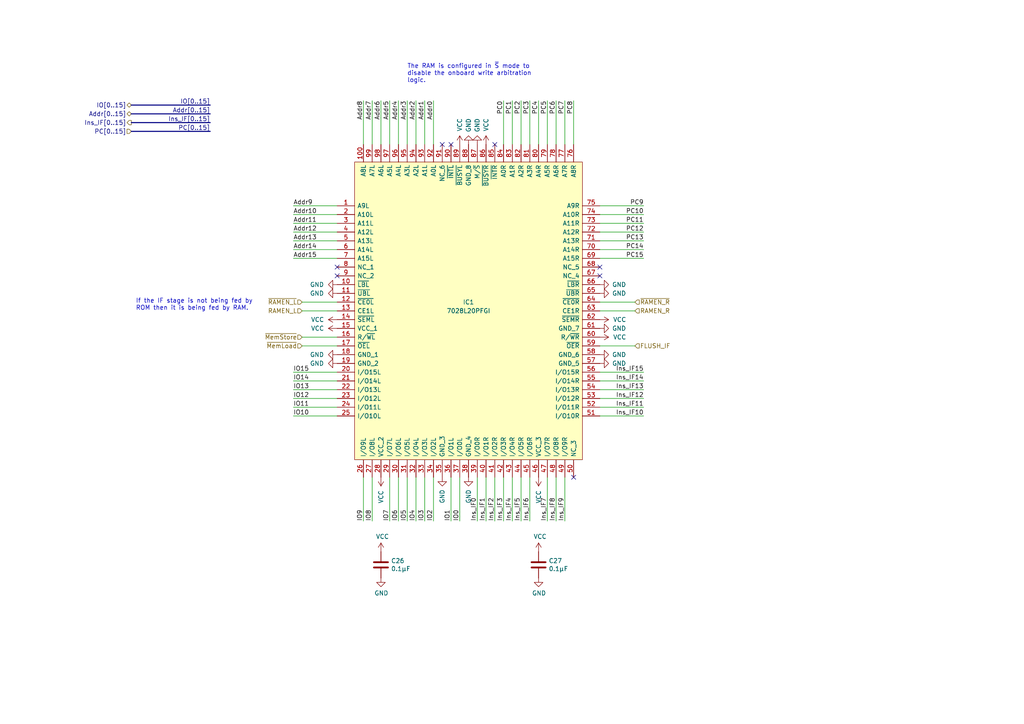
<source format=kicad_sch>
(kicad_sch (version 20230121) (generator eeschema)
  (paper "A4")
  (title_block (title "Turtle16: RAM") (date "2023-11-20") (rev "A") (comment 3 "instruction on the second read port.") (comment 4 "RAM is implemented with a 64K x 16 dual port SRAM so that the IF stage can fetch an"))
  (lib_symbols
    (symbol "Device:C" (pin_numbers hide) (pin_names (offset 0.254))
      (property "Reference" "C" (at 0.635 2.54 0))
      (property "Value" "C" (at 0.635 -2.54 0))
      (symbol "C_0_1"
        (polyline (pts (xy -2.032 -0.762) (xy 2.032 -0.762)) (stroke (width 0.508)))
        (polyline (pts (xy -2.032 0.762) (xy 2.032 0.762)) (stroke (width 0.508)))
      )
      (symbol "C_1_1"
        (pin passive line (at 0 3.81 270) (length 2.794) (name "~") (number "1"))
        (pin passive line (at 0 -3.81 90) (length 2.794) (name "~") (number "2"))
      )
    )
    (symbol "Memory_RAM:7028L20PFGI" (pin_names (offset 0.762))
      (property "Reference" "U" (at 38.1 -27.94 0))
      (property "Value" "7028L20PFGI" (at 38.1 -30.48 0))
      (symbol "7028L20PFGI_0_0"
        (pin passive line (at 0 0 0) (length 5.08) (name "A9L") (number "1"))
        (pin passive line (at 0 -22.86 0) (length 5.08) (name "~{LBL}") (number "10"))
        (pin passive line (at 7.62 17.78 270) (length 5.08) (name "A8L") (number "100"))
        (pin passive line (at 0 -25.4 0) (length 5.08) (name "~{UBL}") (number "11"))
        (pin passive line (at 0 -27.94 0) (length 5.08) (name "~{CE0L}") (number "12"))
        (pin passive line (at 0 -30.48 0) (length 5.08) (name "CE1L") (number "13"))
        (pin passive line (at 0 -33.02 0) (length 5.08) (name "~{SEML}") (number "14"))
        (pin passive line (at 0 -35.56 0) (length 5.08) (name "VCC_1") (number "15"))
        (pin passive line (at 0 -38.1 0) (length 5.08) (name "R/~{WL}") (number "16"))
        (pin passive line (at 0 -40.64 0) (length 5.08) (name "~{OEL}") (number "17"))
        (pin passive line (at 0 -43.18 0) (length 5.08) (name "GND_1") (number "18"))
        (pin passive line (at 0 -45.72 0) (length 5.08) (name "GND_2") (number "19"))
        (pin passive line (at 0 -2.54 0) (length 5.08) (name "A10L") (number "2"))
        (pin passive line (at 0 -48.26 0) (length 5.08) (name "I/O15L") (number "20"))
        (pin passive line (at 0 -50.8 0) (length 5.08) (name "I/O14L") (number "21"))
        (pin passive line (at 0 -53.34 0) (length 5.08) (name "I/O13L") (number "22"))
        (pin passive line (at 0 -55.88 0) (length 5.08) (name "I/O12L") (number "23"))
        (pin passive line (at 0 -58.42 0) (length 5.08) (name "I/O11L") (number "24"))
        (pin passive line (at 0 -60.96 0) (length 5.08) (name "I/O10L") (number "25"))
        (pin passive line (at 7.62 -78.74 90) (length 5.08) (name "I/O9L") (number "26"))
        (pin passive line (at 10.16 -78.74 90) (length 5.08) (name "I/O8L") (number "27"))
        (pin passive line (at 12.7 -78.74 90) (length 5.08) (name "VCC_2") (number "28"))
        (pin passive line (at 15.24 -78.74 90) (length 5.08) (name "I/O7L") (number "29"))
        (pin passive line (at 0 -5.08 0) (length 5.08) (name "A11L") (number "3"))
        (pin passive line (at 17.78 -78.74 90) (length 5.08) (name "I/O6L") (number "30"))
        (pin passive line (at 20.32 -78.74 90) (length 5.08) (name "I/O5L") (number "31"))
        (pin passive line (at 22.86 -78.74 90) (length 5.08) (name "I/O4L") (number "32"))
        (pin passive line (at 25.4 -78.74 90) (length 5.08) (name "I/O3L") (number "33"))
        (pin passive line (at 27.94 -78.74 90) (length 5.08) (name "I/O2L") (number "34"))
        (pin passive line (at 30.48 -78.74 90) (length 5.08) (name "GND_3") (number "35"))
        (pin passive line (at 33.02 -78.74 90) (length 5.08) (name "I/O1L") (number "36"))
        (pin passive line (at 35.56 -78.74 90) (length 5.08) (name "I/O0L") (number "37"))
        (pin passive line (at 38.1 -78.74 90) (length 5.08) (name "GND_4") (number "38"))
        (pin passive line (at 40.64 -78.74 90) (length 5.08) (name "I/O0R") (number "39"))
        (pin passive line (at 0 -7.62 0) (length 5.08) (name "A12L") (number "4"))
        (pin passive line (at 43.18 -78.74 90) (length 5.08) (name "I/O1R") (number "40"))
        (pin passive line (at 45.72 -78.74 90) (length 5.08) (name "I/O2R") (number "41"))
        (pin passive line (at 48.26 -78.74 90) (length 5.08) (name "I/O3R") (number "42"))
        (pin passive line (at 50.8 -78.74 90) (length 5.08) (name "I/O4R") (number "43"))
        (pin passive line (at 53.34 -78.74 90) (length 5.08) (name "I/O5R") (number "44"))
        (pin passive line (at 55.88 -78.74 90) (length 5.08) (name "I/O6R") (number "45"))
        (pin passive line (at 58.42 -78.74 90) (length 5.08) (name "VCC_3") (number "46"))
        (pin passive line (at 60.96 -78.74 90) (length 5.08) (name "I/O7R") (number "47"))
        (pin passive line (at 63.5 -78.74 90) (length 5.08) (name "I/O8R") (number "48"))
        (pin passive line (at 66.04 -78.74 90) (length 5.08) (name "I/O9R") (number "49"))
        (pin passive line (at 0 -10.16 0) (length 5.08) (name "A13L") (number "5"))
        (pin passive line (at 68.58 -78.74 90) (length 5.08) (name "NC_3") (number "50"))
        (pin passive line (at 76.2 -60.96 180) (length 5.08) (name "I/O10R") (number "51"))
        (pin passive line (at 76.2 -58.42 180) (length 5.08) (name "I/O11R") (number "52"))
        (pin passive line (at 76.2 -55.88 180) (length 5.08) (name "I/O12R") (number "53"))
        (pin passive line (at 76.2 -53.34 180) (length 5.08) (name "I/O13R") (number "54"))
        (pin passive line (at 76.2 -50.8 180) (length 5.08) (name "I/O14R") (number "55"))
        (pin passive line (at 76.2 -48.26 180) (length 5.08) (name "I/O15R") (number "56"))
        (pin passive line (at 76.2 -45.72 180) (length 5.08) (name "GND_5") (number "57"))
        (pin passive line (at 76.2 -43.18 180) (length 5.08) (name "GND_6") (number "58"))
        (pin passive line (at 76.2 -40.64 180) (length 5.08) (name "~{OER}") (number "59"))
        (pin passive line (at 0 -12.7 0) (length 5.08) (name "A14L") (number "6"))
        (pin passive line (at 76.2 -38.1 180) (length 5.08) (name "R/~{WR}") (number "60"))
        (pin passive line (at 76.2 -35.56 180) (length 5.08) (name "GND_7") (number "61"))
        (pin passive line (at 76.2 -33.02 180) (length 5.08) (name "~{SEMR}") (number "62"))
        (pin passive line (at 76.2 -30.48 180) (length 5.08) (name "CE1R") (number "63"))
        (pin passive line (at 76.2 -27.94 180) (length 5.08) (name "~{CE0R}") (number "64"))
        (pin passive line (at 76.2 -25.4 180) (length 5.08) (name "~{UBR}") (number "65"))
        (pin passive line (at 76.2 -22.86 180) (length 5.08) (name "~{LBR}") (number "66"))
        (pin passive line (at 76.2 -20.32 180) (length 5.08) (name "NC_4") (number "67"))
        (pin passive line (at 76.2 -17.78 180) (length 5.08) (name "NC_5") (number "68"))
        (pin passive line (at 76.2 -15.24 180) (length 5.08) (name "A15R") (number "69"))
        (pin passive line (at 0 -15.24 0) (length 5.08) (name "A15L") (number "7"))
        (pin passive line (at 76.2 -12.7 180) (length 5.08) (name "A14R") (number "70"))
        (pin passive line (at 76.2 -10.16 180) (length 5.08) (name "A13R") (number "71"))
        (pin passive line (at 76.2 -7.62 180) (length 5.08) (name "A12R") (number "72"))
        (pin passive line (at 76.2 -5.08 180) (length 5.08) (name "A11R") (number "73"))
        (pin passive line (at 76.2 -2.54 180) (length 5.08) (name "A10R") (number "74"))
        (pin passive line (at 76.2 0 180) (length 5.08) (name "A9R") (number "75"))
        (pin passive line (at 68.58 17.78 270) (length 5.08) (name "A8R") (number "76"))
        (pin passive line (at 66.04 17.78 270) (length 5.08) (name "A7R") (number "77"))
        (pin passive line (at 63.5 17.78 270) (length 5.08) (name "A6R") (number "78"))
        (pin passive line (at 60.96 17.78 270) (length 5.08) (name "A5R") (number "79"))
        (pin passive line (at 0 -17.78 0) (length 5.08) (name "NC_1") (number "8"))
        (pin passive line (at 58.42 17.78 270) (length 5.08) (name "A4R") (number "80"))
        (pin passive line (at 55.88 17.78 270) (length 5.08) (name "A3R") (number "81"))
        (pin passive line (at 53.34 17.78 270) (length 5.08) (name "A2R") (number "82"))
        (pin passive line (at 50.8 17.78 270) (length 5.08) (name "A1R") (number "83"))
        (pin passive line (at 48.26 17.78 270) (length 5.08) (name "A0R") (number "84"))
        (pin passive line (at 45.72 17.78 270) (length 5.08) (name "~{INTR}") (number "85"))
        (pin passive line (at 43.18 17.78 270) (length 5.08) (name "~{BUSYR}") (number "86"))
        (pin passive line (at 40.64 17.78 270) (length 5.08) (name "M/~{S}") (number "87"))
        (pin passive line (at 38.1 17.78 270) (length 5.08) (name "GND_8") (number "88"))
        (pin passive line (at 35.56 17.78 270) (length 5.08) (name "~{BUSYL}") (number "89"))
        (pin passive line (at 0 -20.32 0) (length 5.08) (name "NC_2") (number "9"))
        (pin passive line (at 33.02 17.78 270) (length 5.08) (name "~{INTL}") (number "90"))
        (pin passive line (at 30.48 17.78 270) (length 5.08) (name "NC_6") (number "91"))
        (pin passive line (at 27.94 17.78 270) (length 5.08) (name "A0L") (number "92"))
        (pin passive line (at 25.4 17.78 270) (length 5.08) (name "A1L") (number "93"))
        (pin passive line (at 22.86 17.78 270) (length 5.08) (name "A2L") (number "94"))
        (pin passive line (at 20.32 17.78 270) (length 5.08) (name "A3L") (number "95"))
        (pin passive line (at 17.78 17.78 270) (length 5.08) (name "A4L") (number "96"))
        (pin passive line (at 15.24 17.78 270) (length 5.08) (name "A5L") (number "97"))
        (pin passive line (at 12.7 17.78 270) (length 5.08) (name "A6L") (number "98"))
        (pin passive line (at 10.16 17.78 270) (length 5.08) (name "A7L") (number "99"))
      )
      (symbol "7028L20PFGI_0_1"
        (polyline (pts (xy 5.08 12.7) (xy 71.12 12.7) (xy 71.12 -73.66) (xy 5.08 -73.66) (xy 5.08 12.7)) (stroke (width 0.1524)) (fill (type background)))
      )
    )
    (symbol "power:GND" (power) (pin_names (offset 0))
      (property "Value" "GND" (at 0 -3.81 0))
      (symbol "GND_0_1"
        (polyline (pts (xy 0 0) (xy 0 -1.27) (xy 1.27 -1.27) (xy 0 -2.54) (xy -1.27 -1.27) (xy 0 -1.27)))
      )
      (symbol "GND_1_1"
        (pin power_in line (at 0 0 270) (length 0) hide (name "GND") (number "1"))
      )
    )
    (symbol "power:VCC" (power) (pin_names (offset 0))
      (property "Value" "VCC" (at 0 3.81 0))
      (symbol "VCC_0_1"
        (polyline (pts (xy -0.762 1.27) (xy 0 2.54)))
        (polyline (pts (xy 0 0) (xy 0 2.54)))
        (polyline (pts (xy 0 2.54) (xy 0.762 1.27)))
      )
      (symbol "VCC_1_1"
        (pin power_in line (at 0 0 90) (length 0) hide (name "VCC") (number "1"))
      )
    )
  )
  (no_connect (at 143.51 41.91))
  (no_connect (at 130.81 41.91))
  (no_connect (at 97.79 77.47))
  (no_connect (at 97.79 80.01))
  (no_connect (at 166.37 138.43))
  (no_connect (at 128.27 41.91))
  (no_connect (at 173.99 77.47))
  (no_connect (at 173.99 80.01))
  (wire (pts (xy 166.37 29.21) (xy 166.37 41.91)))
  (wire (pts (xy 186.69 120.65) (xy 173.99 120.65)))
  (wire (pts (xy 85.09 107.95) (xy 97.79 107.95)))
  (wire (pts (xy 184.15 87.63) (xy 173.99 87.63)))
  (wire (pts (xy 120.65 151.13) (xy 120.65 138.43)))
  (wire (pts (xy 130.81 151.13) (xy 130.81 138.43)))
  (wire (pts (xy 153.67 151.13) (xy 153.67 138.43)))
  (wire (pts (xy 110.49 29.21) (xy 110.49 41.91)))
  (wire (pts (xy 118.11 151.13) (xy 118.11 138.43)))
  (bus (pts (xy 38.1 35.56) (xy 60.96 35.56)))
  (wire (pts (xy 105.41 29.21) (xy 105.41 41.91)))
  (wire (pts (xy 153.67 29.21) (xy 153.67 41.91)))
  (wire (pts (xy 148.59 29.21) (xy 148.59 41.91)))
  (wire (pts (xy 186.69 118.11) (xy 173.99 118.11)))
  (wire (pts (xy 85.09 62.23) (xy 97.79 62.23)))
  (wire (pts (xy 85.09 72.39) (xy 97.79 72.39)))
  (wire (pts (xy 85.09 113.03) (xy 97.79 113.03)))
  (wire (pts (xy 115.57 151.13) (xy 115.57 138.43)))
  (wire (pts (xy 186.69 72.39) (xy 173.99 72.39)))
  (wire (pts (xy 161.29 151.13) (xy 161.29 138.43)))
  (wire (pts (xy 158.75 29.21) (xy 158.75 41.91)))
  (wire (pts (xy 85.09 67.31) (xy 97.79 67.31)))
  (wire (pts (xy 186.69 69.85) (xy 173.99 69.85)))
  (wire (pts (xy 186.69 64.77) (xy 173.99 64.77)))
  (wire (pts (xy 186.69 74.93) (xy 173.99 74.93)))
  (wire (pts (xy 133.35 151.13) (xy 133.35 138.43)))
  (wire (pts (xy 107.95 151.13) (xy 107.95 138.43)))
  (wire (pts (xy 115.57 29.21) (xy 115.57 41.91)))
  (wire (pts (xy 87.63 90.17) (xy 97.79 90.17)))
  (wire (pts (xy 163.83 151.13) (xy 163.83 138.43)))
  (wire (pts (xy 85.09 115.57) (xy 97.79 115.57)))
  (wire (pts (xy 156.21 29.21) (xy 156.21 41.91)))
  (wire (pts (xy 85.09 64.77) (xy 97.79 64.77)))
  (wire (pts (xy 123.19 29.21) (xy 123.19 41.91)))
  (wire (pts (xy 118.11 29.21) (xy 118.11 41.91)))
  (wire (pts (xy 184.15 90.17) (xy 173.99 90.17)))
  (wire (pts (xy 186.69 62.23) (xy 173.99 62.23)))
  (wire (pts (xy 186.69 115.57) (xy 173.99 115.57)))
  (wire (pts (xy 107.95 29.21) (xy 107.95 41.91)))
  (wire (pts (xy 186.69 67.31) (xy 173.99 67.31)))
  (wire (pts (xy 158.75 151.13) (xy 158.75 138.43)))
  (wire (pts (xy 113.03 151.13) (xy 113.03 138.43)))
  (bus (pts (xy 38.1 38.1) (xy 60.96 38.1)))
  (wire (pts (xy 186.69 107.95) (xy 173.99 107.95)))
  (wire (pts (xy 85.09 120.65) (xy 97.79 120.65)))
  (wire (pts (xy 123.19 151.13) (xy 123.19 138.43)))
  (wire (pts (xy 161.29 29.21) (xy 161.29 41.91)))
  (wire (pts (xy 151.13 29.21) (xy 151.13 41.91)))
  (wire (pts (xy 85.09 74.93) (xy 97.79 74.93)))
  (wire (pts (xy 105.41 151.13) (xy 105.41 138.43)))
  (wire (pts (xy 87.63 97.79) (xy 97.79 97.79)))
  (wire (pts (xy 163.83 29.21) (xy 163.83 41.91)))
  (wire (pts (xy 148.59 151.13) (xy 148.59 138.43)))
  (wire (pts (xy 140.97 151.13) (xy 140.97 138.43)))
  (wire (pts (xy 113.03 29.21) (xy 113.03 41.91)))
  (wire (pts (xy 186.69 110.49) (xy 173.99 110.49)))
  (wire (pts (xy 125.73 29.21) (xy 125.73 41.91)))
  (wire (pts (xy 85.09 118.11) (xy 97.79 118.11)))
  (wire (pts (xy 146.05 29.21) (xy 146.05 41.91)))
  (wire (pts (xy 120.65 29.21) (xy 120.65 41.91)))
  (wire (pts (xy 85.09 69.85) (xy 97.79 69.85)))
  (wire (pts (xy 143.51 151.13) (xy 143.51 138.43)))
  (wire (pts (xy 85.09 110.49) (xy 97.79 110.49)))
  (wire (pts (xy 151.13 151.13) (xy 151.13 138.43)))
  (wire (pts (xy 146.05 151.13) (xy 146.05 138.43)))
  (wire (pts (xy 184.15 100.33) (xy 173.99 100.33)))
  (bus (pts (xy 38.1 30.48) (xy 60.96 30.48)))
  (wire (pts (xy 125.73 151.13) (xy 125.73 138.43)))
  (wire (pts (xy 87.63 100.33) (xy 97.79 100.33)))
  (bus (pts (xy 38.1 33.02) (xy 60.96 33.02)))
  (wire (pts (xy 87.63 87.63) (xy 97.79 87.63)))
  (wire (pts (xy 186.69 113.03) (xy 173.99 113.03)))
  (wire (pts (xy 85.09 59.69) (xy 97.79 59.69)))
  (wire (pts (xy 186.69 59.69) (xy 173.99 59.69)))
  (wire (pts (xy 138.43 151.13) (xy 138.43 138.43)))
  (text "The RAM is configured in ~{S} mode to\ndisable the onboard write arbitration\nlogic." (at 118.11 24.13 0) (effects (font (size 1.27 1.27)) (justify left bottom)))
  (text "If the IF stage is not being fed by\nROM then it is being fed by RAM." (at 39.37 90.17 0) (effects (font (size 1.27 1.27)) (justify left bottom)))
  (label "Ins_IF8" (at 161.29 151.13 90))
  (label "Ins_IF1" (at 140.97 151.13 90))
  (label "Addr0" (at 125.73 29.21 270))
  (label "IO0" (at 133.35 151.13 90))
  (label "Ins_IF4" (at 148.59 151.13 90))
  (label "PC1" (at 148.59 29.21 270))
  (label "IO5" (at 118.11 151.13 90))
  (label "Ins_IF7" (at 158.75 151.13 90))
  (label "IO2" (at 125.73 151.13 90))
  (label "Addr2" (at 120.65 29.21 270))
  (label "IO[0..15]" (at 60.96 30.48 180))
  (label "Ins_IF3" (at 146.05 151.13 90))
  (label "Ins_IF14" (at 186.69 110.49 180))
  (label "Ins_IF6" (at 153.67 151.13 90))
  (label "Ins_IF11" (at 186.69 118.11 180))
  (label "IO14" (at 85.09 110.49 0))
  (label "PC7" (at 163.83 29.21 270))
  (label "PC13" (at 186.69 69.85 180))
  (label "PC15" (at 186.69 74.93 180))
  (label "Ins_IF12" (at 186.69 115.57 180))
  (label "Addr9" (at 85.09 59.69 0))
  (label "Addr6" (at 110.49 29.21 270))
  (label "Addr13" (at 85.09 69.85 0))
  (label "PC[0..15]" (at 60.96 38.1 180))
  (label "Addr7" (at 107.95 29.21 270))
  (label "IO13" (at 85.09 113.03 0))
  (label "PC4" (at 156.21 29.21 270))
  (label "Ins_IF15" (at 186.69 107.95 180))
  (label "Addr14" (at 85.09 72.39 0))
  (label "Addr11" (at 85.09 64.77 0))
  (label "Ins_IF0" (at 138.43 151.13 90))
  (label "IO1" (at 130.81 151.13 90))
  (label "IO15" (at 85.09 107.95 0))
  (label "Ins_IF[0..15]" (at 60.96 35.56 180))
  (label "Addr15" (at 85.09 74.93 0))
  (label "PC9" (at 186.69 59.69 180))
  (label "Ins_IF2" (at 143.51 151.13 90))
  (label "Ins_IF10" (at 186.69 120.65 180))
  (label "IO8" (at 107.95 151.13 90))
  (label "IO6" (at 115.57 151.13 90))
  (label "Ins_IF5" (at 151.13 151.13 90))
  (label "Ins_IF9" (at 163.83 151.13 90))
  (label "PC5" (at 158.75 29.21 270))
  (label "IO7" (at 113.03 151.13 90))
  (label "Addr12" (at 85.09 67.31 0))
  (label "Addr1" (at 123.19 29.21 270))
  (label "Addr10" (at 85.09 62.23 0))
  (label "IO11" (at 85.09 118.11 0))
  (label "PC2" (at 151.13 29.21 270))
  (label "PC0" (at 146.05 29.21 270))
  (label "PC6" (at 161.29 29.21 270))
  (label "Ins_IF13" (at 186.69 113.03 180))
  (label "IO4" (at 120.65 151.13 90))
  (label "PC10" (at 186.69 62.23 180))
  (label "Addr3" (at 118.11 29.21 270))
  (label "PC3" (at 153.67 29.21 270))
  (label "PC14" (at 186.69 72.39 180))
  (label "IO12" (at 85.09 115.57 0))
  (label "Addr[0..15]" (at 60.96 33.02 180))
  (label "Addr4" (at 115.57 29.21 270))
  (label "Addr5" (at 113.03 29.21 270))
  (label "PC11" (at 186.69 64.77 180))
  (label "Addr8" (at 105.41 29.21 270))
  (label "IO3" (at 123.19 151.13 90))
  (label "PC12" (at 186.69 67.31 180))
  (label "PC8" (at 166.37 29.21 270))
  (label "IO9" (at 105.41 151.13 90))
  (label "IO10" (at 85.09 120.65 0))
  (hierarchical_label "~{RAMEN_R}" (shape input) (at 184.15 87.63 0))
  (hierarchical_label "IO[0..15]" (shape tri_state) (at 38.1 30.48 180))
  (hierarchical_label "RAMEN_R" (shape input) (at 184.15 90.17 0))
  (hierarchical_label "PC[0..15]" (shape input) (at 38.1 38.1 180))
  (hierarchical_label "FLUSH_IF" (shape input) (at 184.15 100.33 0))
  (hierarchical_label "~{RAMEN_L}" (shape input) (at 87.63 87.63 180))
  (hierarchical_label "Addr[0..15]" (shape tri_state) (at 38.1 33.02 180))
  (hierarchical_label "RAMEN_L" (shape input) (at 87.63 90.17 180))
  (hierarchical_label "Ins_IF[0..15]" (shape output) (at 38.1 35.56 180))
  (hierarchical_label "~{MemStore}" (shape input) (at 87.63 97.79 180))
  (hierarchical_label "~{MemLoad}" (shape input) (at 87.63 100.33 180))
  (symbol (lib_id "power:GND") (at 135.89 138.43 0) (unit 1)
    (property "Reference" "#PWR0143" (effects hide))
    (property "Value" "GND" (at 135.89 146.05 90) (effects (justify left)))
  )
  (symbol (lib_id "power:VCC") (at 156.21 138.43 0) (mirror x) (unit 1)
    (property "Reference" "#PWR0145" (effects hide))
    (property "Value" "VCC" (at 156.21 146.05 90) (effects (justify right)))
  )
  (symbol (lib_id "power:VCC") (at 133.35 41.91 0) (mirror y) (unit 1)
    (property "Reference" "#PWR0454" (effects hide))
    (property "Value" "VCC" (at 133.35 34.29 90) (effects (justify right)))
  )
  (symbol (lib_id "power:GND") (at 173.99 95.25 90) (unit 1)
    (property "Reference" "#PWR0151" (effects hide))
    (property "Value" "GND" (at 181.61 95.25 90) (effects (justify left)))
  )
  (symbol (lib_id "power:GND") (at 110.49 167.64 0) (unit 1)
    (property "Reference" "#PWR0140" (effects hide))
    (property "Value" "GND" (at 110.617 172.0342 0))
  )
  (symbol (lib_id "Device:C") (at 110.49 163.83 0) (unit 1)
    (property "Reference" "C26" (at 113.411 162.6616 0) (effects (justify left)))
    (property "Value" "0.1μF" (at 113.411 164.973 0) (effects (justify left)))
    (property "Footprint" "Capacitor_SMD:C_0603_1608Metric_Pad1.08x0.95mm_HandSolder" (effects hide))
    (property "Mouser" "https://www.mouser.com/ProductDetail/963-EMK107B7104KAHT" (effects hide))
  )
  (symbol (lib_id "power:VCC") (at 173.99 92.71 270) (mirror x) (unit 1)
    (property "Reference" "#PWR0150" (effects hide))
    (property "Value" "VCC" (at 177.8 92.7099 90) (effects (justify left)))
  )
  (symbol (lib_id "power:VCC") (at 97.79 92.71 90) (mirror x) (unit 1)
    (property "Reference" "#PWR0134" (effects hide))
    (property "Value" "VCC" (at 90.17 92.71 90) (effects (justify right)))
  )
  (symbol (lib_id "power:VCC") (at 97.79 95.25 90) (mirror x) (unit 1)
    (property "Reference" "#PWR0135" (effects hide))
    (property "Value" "VCC" (at 90.17 95.25 90) (effects (justify right)))
  )
  (symbol (lib_id "power:GND") (at 173.99 82.55 90) (unit 1)
    (property "Reference" "#PWR0148" (effects hide))
    (property "Value" "GND" (at 181.61 82.55 90) (effects (justify left)))
  )
  (symbol (lib_id "power:GND") (at 173.99 102.87 90) (unit 1)
    (property "Reference" "#PWR0153" (effects hide))
    (property "Value" "GND" (at 181.61 102.87 90) (effects (justify left)))
  )
  (symbol (lib_id "power:GND") (at 156.21 167.64 0) (unit 1)
    (property "Reference" "#PWR0147" (effects hide))
    (property "Value" "GND" (at 156.337 172.0342 0))
  )
  (symbol (lib_id "power:VCC") (at 156.21 160.02 0) (unit 1)
    (property "Reference" "#PWR0146" (effects hide))
    (property "Value" "VCC" (at 156.6418 155.6258 0))
  )
  (symbol (lib_id "power:GND") (at 97.79 102.87 270) (unit 1)
    (property "Reference" "#PWR0136" (effects hide))
    (property "Value" "GND" (at 93.98 102.8699 90) (effects (justify right)))
  )
  (symbol (lib_id "Memory_RAM:7028L20PFGI") (at 97.79 59.69 0) (unit 1)
    (property "Reference" "IC1" (at 135.89 87.63 0))
    (property "Value" "7028L20PFGI" (at 135.89 90.17 0))
    (property "Footprint" "Package_QFP:TQFP-100_14x14mm_P0.5mm" (effects hide))
    (property "Datasheet" "https://www.idt.com/document/dst/7028-data-sheet" (effects hide))
    (property "Description" "TQFP 14.0 X 14.0 X 1.4 MM" (effects hide))
    (property "Height" "1.6" (effects hide))
    (property "Manufacturer_Name" "IDT" (effects hide))
    (property "Manufacturer_Part_Number" "7028L20PFGI" (effects hide))
    (property "Mouser Part Number" "972-7028L20PFGI" (effects hide))
    (property "Mouser Price/Stock" "https://www.mouser.com/Search/Refine.aspx?Keyword=972-7028L20PFGI" (effects hide))
  )
  (symbol (lib_id "power:VCC") (at 140.97 41.91 0) (mirror y) (unit 1)
    (property "Reference" "#PWR0144" (effects hide))
    (property "Value" "VCC" (at 140.97 34.29 90) (effects (justify right)))
  )
  (symbol (lib_id "power:GND") (at 97.79 82.55 270) (unit 1)
    (property "Reference" "#PWR0132" (effects hide))
    (property "Value" "GND" (at 93.98 82.5499 90) (effects (justify right)))
  )
  (symbol (lib_id "power:GND") (at 97.79 105.41 270) (unit 1)
    (property "Reference" "#PWR0137" (effects hide))
    (property "Value" "GND" (at 93.98 105.4099 90) (effects (justify right)))
  )
  (symbol (lib_id "power:VCC") (at 110.49 138.43 0) (mirror x) (unit 1)
    (property "Reference" "#PWR0138" (effects hide))
    (property "Value" "VCC" (at 110.49 146.05 90) (effects (justify right)))
  )
  (symbol (lib_id "power:GND") (at 135.89 41.91 180) (unit 1)
    (property "Reference" "#PWR0142" (effects hide))
    (property "Value" "GND" (at 135.89 34.29 90) (effects (justify left)))
  )
  (symbol (lib_id "power:VCC") (at 173.99 97.79 270) (mirror x) (unit 1)
    (property "Reference" "#PWR0152" (effects hide))
    (property "Value" "VCC" (at 177.8 97.7899 90) (effects (justify left)))
  )
  (symbol (lib_id "Device:C") (at 156.21 163.83 0) (unit 1)
    (property "Reference" "C27" (at 159.131 162.6616 0) (effects (justify left)))
    (property "Value" "0.1μF" (at 159.131 164.973 0) (effects (justify left)))
    (property "Footprint" "Capacitor_SMD:C_0603_1608Metric_Pad1.08x0.95mm_HandSolder" (effects hide))
    (property "Mouser" "https://www.mouser.com/ProductDetail/963-EMK107B7104KAHT" (effects hide))
  )
  (symbol (lib_id "power:GND") (at 97.79 85.09 270) (unit 1)
    (property "Reference" "#PWR0133" (effects hide))
    (property "Value" "GND" (at 93.98 85.0899 90) (effects (justify right)))
  )
  (symbol (lib_id "power:VCC") (at 110.49 160.02 0) (unit 1)
    (property "Reference" "#PWR0139" (effects hide))
    (property "Value" "VCC" (at 110.9218 155.6258 0))
  )
  (symbol (lib_id "power:GND") (at 173.99 105.41 90) (unit 1)
    (property "Reference" "#PWR0154" (effects hide))
    (property "Value" "GND" (at 181.61 105.41 90) (effects (justify left)))
  )
  (symbol (lib_id "power:GND") (at 138.43 41.91 180) (unit 1)
    (property "Reference" "#PWR0455" (effects hide))
    (property "Value" "GND" (at 138.43 34.29 90) (effects (justify left)))
  )
  (symbol (lib_id "power:GND") (at 173.99 85.09 90) (unit 1)
    (property "Reference" "#PWR0149" (effects hide))
    (property "Value" "GND" (at 181.61 85.09 90) (effects (justify left)))
  )
  (symbol (lib_id "power:GND") (at 128.27 138.43 0) (unit 1)
    (property "Reference" "#PWR0141" (effects hide))
    (property "Value" "GND" (at 128.27 146.05 90) (effects (justify left)))
  )
)
</source>
